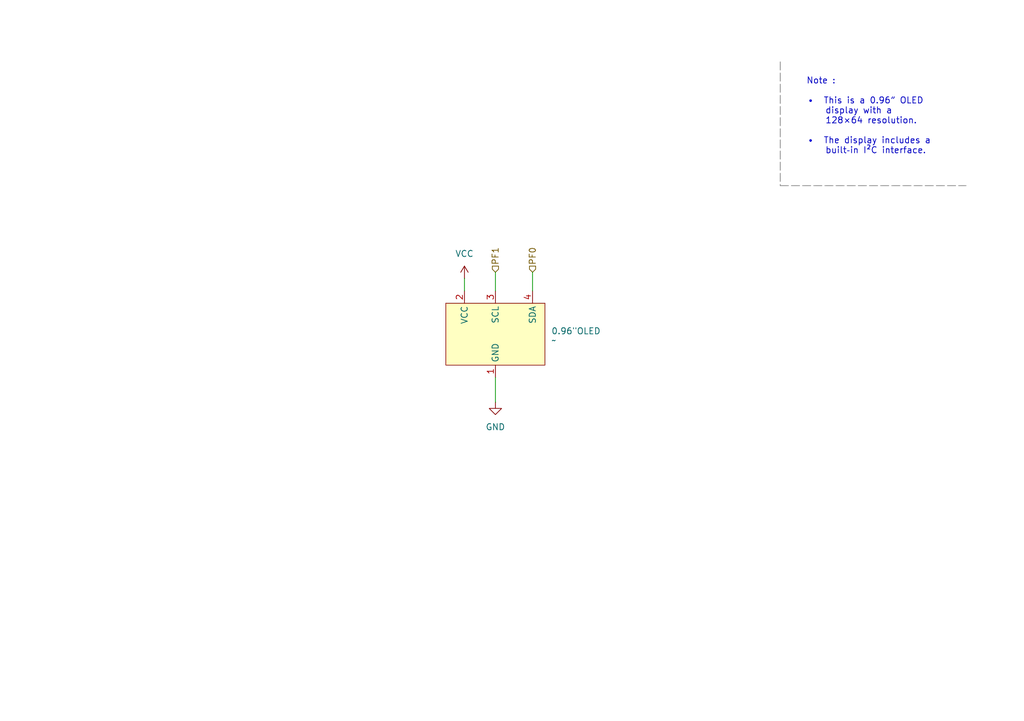
<source format=kicad_sch>
(kicad_sch (version 20250114) (generator "eeschema") (generator_version "9.0")
  (paper "A5")
  (lib_symbols
    (symbol "OLED_0.96':OLED"
      (property "Reference" "0.96\"OLED" (at 15.748 0 0))
      (symbol "OLED_1_1"
        (rectangle (start -10.16 6.35) (end 10.16 -6.35) (fill (type background)))
        (pin input line (at -6.35 8.89 270) (length 2.54) (name "VCC") (number "2"))
        (pin input line (at 0 8.89 270) (length 2.54) (name "SCL") (number "3"))
        (pin input line (at 0 -8.89 90) (length 2.54) (name "GND") (number "1"))
        (pin input line (at 7.62 8.89 270) (length 2.54) (name "SDA") (number "4"))
      )
    )
    (symbol "power:GND" (power) (pin_numbers (hide yes)) (pin_names (offset 0) (hide yes))
      (property "Value" "GND" (at 0 -3.81 0))
      (symbol "GND_0_1"
        (polyline (pts (xy 0 0) (xy 0 -1.27) (xy 1.27 -1.27) (xy 0 -2.54) (xy -1.27 -1.27) (xy 0 -1.27)))
      )
      (symbol "GND_1_1"
        (pin power_in line (at 0 0 270) (length 0) (name "~") (number "1"))
      )
    )
    (symbol "power:VCC" (power) (pin_numbers (hide yes)) (pin_names (offset 0) (hide yes))
      (property "Value" "VCC" (at 0 3.556 0))
      (symbol "VCC_0_1"
        (polyline (pts (xy -0.762 1.27) (xy 0 2.54)))
        (polyline (pts (xy 0 2.54) (xy 0.762 1.27)))
        (polyline (pts (xy 0 0) (xy 0 2.54)))
      )
      (symbol "VCC_1_1"
        (pin power_in line (at 0 0 90) (length 0) (name "~") (number "1"))
      )
    )
  )
  (text "Note :\n\n•  This is a 0.96″ OLED \n    display with a \n    128 × 64 resolution.\n\n•  The display includes a\n    built‑in I²C interface." (at 165.354 23.876 0) (effects (font (size 1.27 1.27)) (justify left)))
  (wire (pts (xy 160.02 12.7) (xy 160.02 38.1)) (stroke (width 0) (type dash) (color 132 132 132 1)))
  (wire (pts (xy 109.22 55.88) (xy 109.22 59.69)))
  (wire (pts (xy 101.6 77.47) (xy 101.6 82.55)))
  (wire (pts (xy 95.25 57.15) (xy 95.25 59.69)))
  (wire (pts (xy 101.6 55.88) (xy 101.6 59.69)))
  (wire (pts (xy 160.02 38.1) (xy 198.12 38.1)) (stroke (width 0) (type dash) (color 132 132 132 1)))
  (hierarchical_label "PF0" (shape input) (at 109.22 55.88 90))
  (hierarchical_label "PF1" (shape input) (at 101.6 55.88 90))
  (symbol (lib_id "power:GND") (at 101.6 82.55 0) (unit 1)
    (property "Reference" "#PWR023" (effects (hide yes)))
    (property "Value" "GND" (at 101.6 87.63 0))
    (property "Description" "Power symbol creates a global label with name \"GND\" , ground" (effects (hide yes)))
  )
  (symbol (lib_id "power:VCC") (at 95.25 57.15 0) (unit 1)
    (property "Reference" "#PWR024" (effects (hide yes)))
    (property "Value" "VCC" (at 95.25 52.07 0))
    (property "Description" "Power symbol creates a global label with name \"VCC\"" (effects (hide yes)))
  )
  (symbol (lib_id "OLED_0.96':OLED") (at 101.6 68.58 0) (unit 1)
    (property "Reference" "0.96\"OLED" (at 113.03 67.9449 0) (effects (justify left)))
    (property "Value" "~" (at 113.03 69.85 0) (effects (justify left)))
  )
)
</source>
